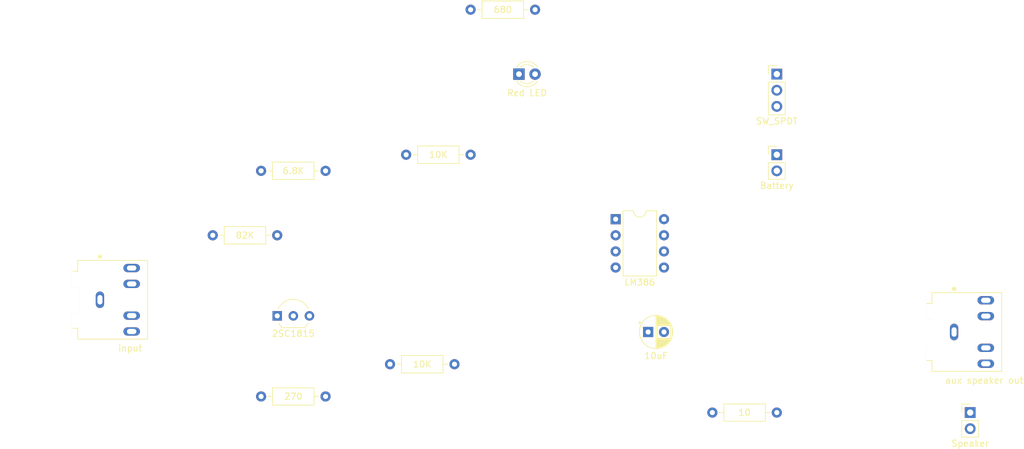
<source format=kicad_pcb>
(kicad_pcb (version 20221018) (generator pcbnew)
  (layers (0 "F.Cu" signal) (31 "B.Cu" signal) (34 "B.Paste" user) (35 "F.Paste" user) (36 "B.SilkS" user "B.Silkscreen") (37 "F.SilkS" user "F.Silkscreen") (38 "B.Mask" user) (39 "F.Mask" user) (44 "Edge.Cuts" user))
  (net 0 "")
  (net 1 "Net-(BT1-+)")
  (net 2 "GND")
  (net 3 "Net-(C6-Pad1)")
  (net 4 "Net-(C6-Pad2)")
  (net 5 "Net-(D1-A)")
  (net 6 "Net-(J2-Pad10)")
  (net 7 "Net-(Q1-E)")
  (net 8 "Net-(Q1-C)")
  (net 9 "Net-(Q1-B)")
  (net 10 "Net-(C5-Pad1)")
  (net 11 "VCC")
  (net 12 "Net-(U1-+)")
  (net 13 "Net-(C2-Pad2)")
  (net 15 "Net-(C2-Pad1)")
  (net 17 "Net-(J1-Pad2)")
  (net 18 "Net-(C8-Pad2)")
  (footprint "Connector_PinHeader_2.54mm:PinHeader_1x02_P2.54mm_Vertical" (layer "F.Cu") (at 193.04 86.36)
    (fp_text reference "LS1" hide)
    (fp_text value "Speaker" (at 0 4.87) (layer "F.SilkS"))
    (fp_line (start -1.33 -1.33) (end 0 -1.33) (stroke (width 0.12)) (layer "F.SilkS"))
    (fp_line (start -1.33 0) (end -1.33 -1.33) (stroke (width 0.12)) (layer "F.SilkS"))
    (fp_line (start -1.33 1.27) (end -1.33 3.87) (stroke (width 0.12)) (layer "F.SilkS"))
    (fp_line (start -1.33 1.27) (end 1.33 1.27) (stroke (width 0.12)) (layer "F.SilkS"))
    (fp_line (start -1.33 3.87) (end 1.33 3.87) (stroke (width 0.12)) (layer "F.SilkS"))
    (fp_line (start 1.33 1.27) (end 1.33 3.87) (stroke (width 0.12)) (layer "F.SilkS"))
    (pad "1" thru_hole rect (at 0 0) (size 1.7 1.7) (drill 1) (layers "*.Cu" "*.Mask") (net 6 "Net-(J2-Pad10)"))
    (pad "2" thru_hole oval (at 0 2.54) (size 1.7 1.7) (drill 1) (layers "*.Cu" "*.Mask") (net 2 "GND"))
  )
  (footprint "Evan's parts:CUI_SJ1-3525N" (layer "F.Cu") (at 55.88 68.58)
    (fp_text reference "J1" hide)
    (fp_text value "input" (at 4.756465 7.637335) (layer "F.SilkS") (effects (font (size 1.000307 1.000307))))
    (fp_line (start -3.5 -6.2) (end -3.5 -4.5) (stroke (width 0.127)) (layer "F.SilkS"))
    (fp_line (start -3.5 -4.5) (end -4.3 -4.5) (stroke (width 0.127)) (layer "F.SilkS"))
    (fp_line (start -3.5 4.5) (end -4.3 4.5) (stroke (width 0.127)) (layer "F.SilkS"))
    (fp_line (start -3.5 4.5) (end -3.5 6.2) (stroke (width 0.127)) (layer "F.SilkS"))
    (fp_line (start 7.5 -6.2) (end -3.5 -6.2) (stroke (width 0.127)) (layer "F.SilkS"))
    (fp_line (start 7.5 -6.2) (end 7.5 6.2) (stroke (width 0.127)) (layer "F.SilkS"))
    (fp_line (start 7.5 6.2) (end -3.5 6.2) (stroke (width 0.127)) (layer "F.SilkS"))
    (fp_circle (center 0 -6.8) (end 0.17 -6.8) (stroke (width 0.34)) (fill none) (layer "F.SilkS"))
    (fp_line (start -4.5 -6) (end -4.5 -2) (stroke (width 0.01)) (layer "Edge.Cuts"))
    (fp_line (start -4.5 -2) (end -3.3 -2) (stroke (width 0.01)) (layer "Edge.Cuts"))
    (fp_line (start -4.5 2) (end -4.5 6) (stroke (width 0.01)) (layer "Edge.Cuts"))
    (fp_line (start -3.3 -2) (end -3.3 2) (stroke (width 0.01)) (layer "Edge.Cuts"))
    (fp_line (start -3.3 2) (end -4.5 2) (stroke (width 0.01)) (layer "Edge.Cuts"))
    (pad "" np_thru_hole circle (at -2.5 -5) (size 1.2 1.2) (drill 1.2) (layers "*.Cu" "*.Mask"))
    (pad "" np_thru_hole circle (at -2.5 5) (size 1.2 1.2) (drill 1.2) (layers "*.Cu" "*.Mask"))
    (pad "" np_thru_hole circle (at 0 -5) (size 1.2 1.2) (drill 1.2) (layers "*.Cu" "*.Mask"))
    (pad "" np_thru_hole circle (at 0 5) (size 1.2 1.2) (drill 1.2) (layers "*.Cu" "*.Mask"))
    (pad "" np_thru_hole circle (at 5 0) (size 1.2 1.2) (drill 1.2) (layers "*.Cu" "*.Mask"))
    (pad "1" thru_hole oval (at 0 0) (size 1.308 2.616) (drill oval 0.8 1.5) (layers "*.Cu" "*.Mask") (net 2 "GND"))
    (pad "2" thru_hole oval (at 5 5) (size 2.616 1.308) (drill oval 1.5 0.8) (layers "*.Cu" "*.Mask") (net 17 "Net-(J1-Pad2)"))
    (pad "3" thru_hole oval (at 5 -5) (size 2.616 1.308) (drill oval 1.5 0.8) (layers "*.Cu" "*.Mask") (net 17 "Net-(J1-Pad2)"))
    (pad "10" thru_hole oval (at 5 2.5) (size 2.616 1.308) (drill oval 1.5 0.8) (layers "*.Cu" "*.Mask") (net 2 "GND"))
    (pad "11" thru_hole oval (at 5 -2.5) (size 2.616 1.308) (drill oval 1.5 0.8) (layers "*.Cu" "*.Mask") (net 2 "GND"))
  )
  (footprint "Evan's parts:CUI_SJ1-3525N" (layer "F.Cu") (at 190.5 73.66)
    (fp_text reference "J2" hide)
    (fp_text value "aux speaker out" (at 4.756465 7.637335) (layer "F.SilkS") (effects (font (size 1.000307 1.000307))))
    (fp_line (start -3.5 -6.2) (end -3.5 -4.5) (stroke (width 0.127)) (layer "F.SilkS"))
    (fp_line (start -3.5 -4.5) (end -4.3 -4.5) (stroke (width 0.127)) (layer "F.SilkS"))
    (fp_line (start -3.5 4.5) (end -4.3 4.5) (stroke (width 0.127)) (layer "F.SilkS"))
    (fp_line (start -3.5 4.5) (end -3.5 6.2) (stroke (width 0.127)) (layer "F.SilkS"))
    (fp_line (start 7.5 -6.2) (end -3.5 -6.2) (stroke (width 0.127)) (layer "F.SilkS"))
    (fp_line (start 7.5 -6.2) (end 7.5 6.2) (stroke (width 0.127)) (layer "F.SilkS"))
    (fp_line (start 7.5 6.2) (end -3.5 6.2) (stroke (width 0.127)) (layer "F.SilkS"))
    (fp_circle (center 0 -6.8) (end 0.17 -6.8) (stroke (width 0.34)) (fill none) (layer "F.SilkS"))
    (fp_line (start -4.5 -6) (end -4.5 -2) (stroke (width 0.01)) (layer "Edge.Cuts"))
    (fp_line (start -4.5 -2) (end -3.3 -2) (stroke (width 0.01)) (layer "Edge.Cuts"))
    (fp_line (start -4.5 2) (end -4.5 6) (stroke (width 0.01)) (layer "Edge.Cuts"))
    (fp_line (start -3.3 -2) (end -3.3 2) (stroke (width 0.01)) (layer "Edge.Cuts"))
    (fp_line (start -3.3 2) (end -4.5 2) (stroke (width 0.01)) (layer "Edge.Cuts"))
    (pad "" np_thru_hole circle (at -2.5 -5) (size 1.2 1.2) (drill 1.2) (layers "*.Cu" "*.Mask"))
    (pad "" np_thru_hole circle (at -2.5 5) (size 1.2 1.2) (drill 1.2) (layers "*.Cu" "*.Mask"))
    (pad "" np_thru_hole circle (at 0 -5) (size 1.2 1.2) (drill 1.2) (layers "*.Cu" "*.Mask"))
    (pad "" np_thru_hole circle (at 0 5) (size 1.2 1.2) (drill 1.2) (layers "*.Cu" "*.Mask"))
    (pad "" np_thru_hole circle (at 5 0) (size 1.2 1.2) (drill 1.2) (layers "*.Cu" "*.Mask"))
    (pad "1" thru_hole oval (at 0 0) (size 1.308 2.616) (drill oval 0.8 1.5) (layers "*.Cu" "*.Mask") (net 2 "GND"))
    (pad "2" thru_hole oval (at 5 5) (size 2.616 1.308) (drill oval 1.5 0.8) (layers "*.Cu" "*.Mask") (net 18 "Net-(C8-Pad2)"))
    (pad "3" thru_hole oval (at 5 -5) (size 2.616 1.308) (drill oval 1.5 0.8) (layers "*.Cu" "*.Mask") (net 18 "Net-(C8-Pad2)"))
    (pad "10" thru_hole oval (at 5 2.5) (size 2.616 1.308) (drill oval 1.5 0.8) (layers "*.Cu" "*.Mask") (net 6 "Net-(J2-Pad10)"))
    (pad "11" thru_hole oval (at 5 -2.5) (size 2.616 1.308) (drill oval 1.5 0.8) (layers "*.Cu" "*.Mask") (net 6 "Net-(J2-Pad10)"))
  )
  (footprint "Resistor_THT:R_Axial_DIN0207_L6.3mm_D2.5mm_P10.16mm_Horizontal" (layer "F.Cu") (at 101.6 78.74)
    (fp_text reference "R5" hide)
    (fp_text value "10K" (at 5.08 0) (layer "F.SilkS"))
    (fp_line (start 1.04 0) (end 1.81 0) (stroke (width 0.12)) (layer "F.SilkS"))
    (fp_line (start 1.81 -1.37) (end 1.81 1.37) (stroke (width 0.12)) (layer "F.SilkS"))
    (fp_line (start 1.81 1.37) (end 8.35 1.37) (stroke (width 0.12)) (layer "F.SilkS"))
    (fp_line (start 8.35 -1.37) (end 1.81 -1.37) (stroke (width 0.12)) (layer "F.SilkS"))
    (fp_line (start 8.35 1.37) (end 8.35 -1.37) (stroke (width 0.12)) (layer "F.SilkS"))
    (fp_line (start 9.12 0) (end 8.35 0) (stroke (width 0.12)) (layer "F.SilkS"))
    (pad "1" thru_hole circle (at 0 0) (size 1.6 1.6) (drill 0.8) (layers "*.Cu" "*.Mask") (net 12 "Net-(U1-+)"))
    (pad "2" thru_hole oval (at 10.16 0) (size 1.6 1.6) (drill 0.8) (layers "*.Cu" "*.Mask") (net 2 "GND"))
  )
  (footprint "Capacitor_THT:CP_Radial_D5.0mm_P2.50mm" (layer "F.Cu") (at 142.28 73.66)
    (fp_text reference "C6" hide)
    (fp_text value "10uF" (at 1.25 3.75) (layer "F.SilkS"))
    (fp_line (start -1.554775 -1.475) (end -1.054775 -1.475) (stroke (width 0.12)) (layer "F.SilkS"))
    (fp_line (start -1.304775 -1.725) (end -1.304775 -1.225) (stroke (width 0.12)) (layer "F.SilkS"))
    (fp_line (start 1.25 -2.58) (end 1.25 2.58) (stroke (width 0.12)) (layer "F.SilkS"))
    (fp_line (start 1.29 -2.58) (end 1.29 2.58) (stroke (width 0.12)) (layer "F.SilkS"))
    (fp_line (start 1.33 -2.579) (end 1.33 2.579) (stroke (width 0.12)) (layer "F.SilkS"))
    (fp_line (start 1.37 -2.578) (end 1.37 2.578) (stroke (width 0.12)) (layer "F.SilkS"))
    (fp_line (start 1.41 -2.576) (end 1.41 2.576) (stroke (width 0.12)) (layer "F.SilkS"))
    (fp_line (start 1.45 -2.573) (end 1.45 2.573) (stroke (width 0.12)) (layer "F.SilkS"))
    (fp_line (start 1.49 -2.569) (end 1.49 -1.04) (stroke (width 0.12)) (layer "F.SilkS"))
    (fp_line (start 1.49 1.04) (end 1.49 2.569) (stroke (width 0.12)) (layer "F.SilkS"))
    (fp_line (start 1.53 -2.565) (end 1.53 -1.04) (stroke (width 0.12)) (layer "F.SilkS"))
    (fp_line (start 1.53 1.04) (end 1.53 2.565) (stroke (width 0.12)) (layer "F.SilkS"))
    (fp_line (start 1.57 -2.561) (end 1.57 -1.04) (stroke (width 0.12)) (layer "F.SilkS"))
    (fp_line (start 1.57 1.04) (end 1.57 2.561) (stroke (width 0.12)) (layer "F.SilkS"))
    (fp_line (start 1.61 -2.556) (end 1.61 -1.04) (stroke (width 0.12)) (layer "F.SilkS"))
    (fp_line (start 1.61 1.04) (end 1.61 2.556) (stroke (width 0.12)) (layer "F.SilkS"))
    (fp_line (start 1.65 -2.55) (end 1.65 -1.04) (stroke (width 0.12)) (layer "F.SilkS"))
    (fp_line (start 1.65 1.04) (end 1.65 2.55) (stroke (width 0.12)) (layer "F.SilkS"))
    (fp_line (start 1.69 -2.543) (end 1.69 -1.04) (stroke (width 0.12)) (layer "F.SilkS"))
    (fp_line (start 1.69 1.04) (end 1.69 2.543) (stroke (width 0.12)) (layer "F.SilkS"))
    (fp_line (start 1.73 -2.536) (end 1.73 -1.04) (stroke (width 0.12)) (layer "F.SilkS"))
    (fp_line (start 1.73 1.04) (end 1.73 2.536) (stroke (width 0.12)) (layer "F.SilkS"))
    (fp_line (start 1.77 -2.528) (end 1.77 -1.04) (stroke (width 0.12)) (layer "F.SilkS"))
    (fp_line (start 1.77 1.04) (end 1.77 2.528) (stroke (width 0.12)) (layer "F.SilkS"))
    (fp_line (start 1.81 -2.52) (end 1.81 -1.04) (stroke (width 0.12)) (layer "F.SilkS"))
    (fp_line (start 1.81 1.04) (end 1.81 2.52) (stroke (width 0.12)) (layer "F.SilkS"))
    (fp_line (start 1.85 -2.511) (end 1.85 -1.04) (stroke (width 0.12)) (layer "F.SilkS"))
    (fp_line (start 1.85 1.04) (end 1.85 2.511) (stroke (width 0.12)) (layer "F.SilkS"))
    (fp_line (start 1.89 -2.501) (end 1.89 -1.04) (stroke (width 0.12)) (layer "F.SilkS"))
    (fp_line (start 1.89 1.04) (end 1.89 2.501) (stroke (width 0.12)) (layer "F.SilkS"))
    (fp_line (start 1.93 -2.491) (end 1.93 -1.04) (stroke (width 0.12)) (layer "F.SilkS"))
    (fp_line (start 1.93 1.04) (end 1.93 2.491) (stroke (width 0.12)) (layer "F.SilkS"))
    (fp_line (start 1.971 -2.48) (end 1.971 -1.04) (stroke (width 0.12)) (layer "F.SilkS"))
    (fp_line (start 1.971 1.04) (end 1.971 2.48) (stroke (width 0.12)) (layer "F.SilkS"))
    (fp_line (start 2.011 -2.468) (end 2.011 -1.04) (stroke (width 0.12)) (layer "F.SilkS"))
    (fp_line (start 2.011 1.04) (end 2.011 2.468) (stroke (width 0.12)) (layer "F.SilkS"))
    (fp_line (start 2.051 -2.455) (end 2.051 -1.04) (stroke (width 0.12)) (layer "F.SilkS"))
    (fp_line (start 2.051 1.04) (end 2.051 2.455) (stroke (width 0.12)) (layer "F.SilkS"))
    (fp_line (start 2.091 -2.442) (end 2.091 -1.04) (stroke (width 0.12)) (layer "F.SilkS"))
    (fp_line (start 2.091 1.04) (end 2.091 2.442) (stroke (width 0.12)) (layer "F.SilkS"))
    (fp_line (start 2.131 -2.428) (end 2.131 -1.04) (stroke (width 0.12)) (layer "F.SilkS"))
    (fp_line (start 2.131 1.04) (end 2.131 2.428) (stroke (width 0.12)) (layer "F.SilkS"))
    (fp_line (start 2.171 -2.414) (end 2.171 -1.04) (stroke (width 0.12)) (layer "F.SilkS"))
    (fp_line (start 2.171 1.04) (end 2.171 2.414) (stroke (width 0.12)) (layer "F.SilkS"))
    (fp_line (start 2.211 -2.398) (end 2.211 -1.04) (stroke (width 0.12)) (layer "F.SilkS"))
    (fp_line (start 2.211 1.04) (end 2.211 2.398) (stroke (width 0.12)) (layer "F.SilkS"))
    (fp_line (start 2.251 -2.382) (end 2.251 -1.04) (stroke (width 0.12)) (layer "F.SilkS"))
    (fp_line (start 2.251 1.04) (end 2.251 2.382) (stroke (width 0.12)) (layer "F.SilkS"))
    (fp_line (start 2.291 -2.365) (end 2.291 -1.04) (stroke (width 0.12)) (layer "F.SilkS"))
    (fp_line (start 2.291 1.04) (end 2.291 2.365) (stroke (width 0.12)) (layer "F.SilkS"))
    (fp_line (start 2.331 -2.348) (end 2.331 -1.04) (stroke (width 0.12)) (layer "F.SilkS"))
    (fp_line (start 2.331 1.04) (end 2.331 2.348) (stroke (width 0.12)) (layer "F.SilkS"))
    (fp_line (start 2.371 -2.329) (end 2.371 -1.04) (stroke (width 0.12)) (layer "F.SilkS"))
    (fp_line (start 2.371 1.04) (end 2.371 2.329) (stroke (width 0.12)) (layer "F.SilkS"))
    (fp_line (start 2.411 -2.31) (end 2.411 -1.04) (stroke (width 0.12)) (layer "F.SilkS"))
    (fp_line (start 2.411 1.04) (end 2.411 2.31) (stroke (width 0.12)) (layer "F.SilkS"))
    (fp_line (start 2.451 -2.29) (end 2.451 -1.04) (stroke (width 0.12)) (layer "F.SilkS"))
    (fp_line (start 2.451 1.04) (end 2.451 2.29) (stroke (width 0.12)) (layer "F.SilkS"))
    (fp_line (start 2.491 -2.268) (end 2.491 -1.04) (stroke (width 0.12)) (layer "F.SilkS"))
    (fp_line (start 2.491 1.04) (end 2.491 2.268) (stroke (width 0.12)) (layer "F.SilkS"))
    (fp_line (start 2.531 -2.247) (end 2.531 -1.04) (stroke (width 0.12)) (layer "F.SilkS"))
    (fp_line (start 2.531 1.04) (end 2.531 2.247) (stroke (width 0.12)) (layer "F.SilkS"))
    (fp_line (start 2.571 -2.224) (end 2.571 -1.04) (stroke (width 0.12)) (layer "F.SilkS"))
    (fp_line (start 2.571 1.04) (end 2.571 2.224) (stroke (width 0.12)) (layer "F.SilkS"))
    (fp_line (start 2.611 -2.2) (end 2.611 -1.04) (stroke (width 0.12)) (layer "F.SilkS"))
    (fp_line (start 2.611 1.04) (end 2.611 2.2) (stroke (width 0.12)) (layer "F.SilkS"))
    (fp_line (start 2.651 -2.175) (end 2.651 -1.04) (stroke (width 0.12)) (layer "F.SilkS"))
    (fp_line (start 2.651 1.04) (end 2.651 2.175) (stroke (width 0.12)) (layer "F.SilkS"))
    (fp_line (start 2.691 -2.149) (end 2.691 -1.04) (stroke (width 0.12)) (layer "F.SilkS"))
    (fp_line (start 2.691 1.04) (end 2.691 2.149) (stroke (width 0.12)) (layer "F.SilkS"))
    (fp_line (start 2.731 -2.122) (end 2.731 -1.04) (stroke (width 0.12)) (layer "F.SilkS"))
    (fp_line (start 2.731 1.04) (end 2.731 2.122) (stroke (width 0.12)) (layer "F.SilkS"))
    (fp_line (start 2.771 -2.095) (end 2.771 -1.04) (stroke (width 0.12)) (layer "F.SilkS"))
    (fp_line (start 2.771 1.04) (end 2.771 2.095) (stroke (width 0.12)) (layer "F.SilkS"))
    (fp_line (start 2.811 -2.065) (end 2.811 -1.04) (stroke (width 0.12)) (layer "F.SilkS"))
    (fp_line (start 2.811 1.04) (end 2.811 2.065) (stroke (width 0.12)) (layer "F.SilkS"))
    (fp_line (start 2.851 -2.035) (end 2.851 -1.04) (stroke (width 0.12)) (layer "F.SilkS"))
    (fp_line (start 2.851 1.04) (end 2.851 2.035) (stroke (width 0.12)) (layer "F.SilkS"))
    (fp_line (start 2.891 -2.004) (end 2.891 -1.04) (stroke (width 0.12)) (layer "F.SilkS"))
    (fp_line (start 2.891 1.04) (end 2.891 2.004) (stroke (width 0.12)) (layer "F.SilkS"))
    (fp_line (start 2.931 -1.971) (end 2.931 -1.04) (stroke (width 0.12)) (layer "F.SilkS"))
    (fp_line (start 2.931 1.04) (end 2.931 1.971) (stroke (width 0.12)) (layer "F.SilkS"))
    (fp_line (start 2.971 -1.937) (end 2.971 -1.04) (stroke (width 0.12)) (layer "F.SilkS"))
    (fp_line (start 2.971 1.04) (end 2.971 1.937) (stroke (width 0.12)) (layer "F.SilkS"))
    (fp_line (start 3.011 -1.901) (end 3.011 -1.04) (stroke (width 0.12)) (layer "F.SilkS"))
    (fp_line (start 3.011 1.04) (end 3.011 1.901) (stroke (width 0.12)) (layer "F.SilkS"))
    (fp_line (start 3.051 -1.864) (end 3.051 -1.04) (stroke (width 0.12)) (layer "F.SilkS"))
    (fp_line (start 3.051 1.04) (end 3.051 1.864) (stroke (width 0.12)) (layer "F.SilkS"))
    (fp_line (start 3.091 -1.826) (end 3.091 -1.04) (stroke (width 0.12)) (layer "F.SilkS"))
    (fp_line (start 3.091 1.04) (end 3.091 1.826) (stroke (width 0.12)) (layer "F.SilkS"))
    (fp_line (start 3.131 -1.785) (end 3.131 -1.04) (stroke (width 0.12)) (layer "F.SilkS"))
    (fp_line (start 3.131 1.04) (end 3.131 1.785) (stroke (width 0.12)) (layer "F.SilkS"))
    (fp_line (start 3.171 -1.743) (end 3.171 -1.04) (stroke (width 0.12)) (layer "F.SilkS"))
    (fp_line (start 3.171 1.04) (end 3.171 1.743) (stroke (width 0.12)) (layer "F.SilkS"))
    (fp_line (start 3.211 -1.699) (end 3.211 -1.04) (stroke (width 0.12)) (layer "F.SilkS"))
    (fp_line (start 3.211 1.04) (end 3.211 1.699) (stroke (width 0.12)) (layer "F.SilkS"))
    (fp_line (start 3.251 -1.653) (end 3.251 -1.04) (stroke (width 0.12)) (layer "F.SilkS"))
    (fp_line (start 3.251 1.04) (end 3.251 1.653) (stroke (width 0.12)) (layer "F.SilkS"))
    (fp_line (start 3.291 -1.605) (end 3.291 -1.04) (stroke (width 0.12)) (layer "F.SilkS"))
    (fp_line (start 3.291 1.04) (end 3.291 1.605) (stroke (width 0.12)) (layer "F.SilkS"))
    (fp_line (start 3.331 -1.554) (end 3.331 -1.04) (stroke (width 0.12)) (layer "F.SilkS"))
    (fp_line (start 3.331 1.04) (end 3.331 1.554) (stroke (width 0.12)) (layer "F.SilkS"))
    (fp_line (start 3.371 -1.5) (end 3.371 -1.04) (stroke (width 0.12)) (layer "F.SilkS"))
    (fp_line (start 3.371 1.04) (end 3.371 1.5) (stroke (width 0.12)) (layer "F.SilkS"))
    (fp_line (start 3.411 -1.443) (end 3.411 -1.04) (stroke (width 0.12)) (layer "F.SilkS"))
    (fp_line (start 3.411 1.04) (end 3.411 1.443) (stroke (width 0.12)) (layer "F.SilkS"))
    (fp_line (start 3.451 -1.383) (end 3.451 -1.04) (stroke (width 0.12)) (layer "F.SilkS"))
    (fp_line (start 3.451 1.04) (end 3.451 1.383) (stroke (width 0.12)) (layer "F.SilkS"))
    (fp_line (start 3.491 -1.319) (end 3.491 -1.04) (stroke (width 0.12)) (layer "F.SilkS"))
    (fp_line (start 3.491 1.04) (end 3.491 1.319) (stroke (width 0.12)) (layer "F.SilkS"))
    (fp_line (start 3.531 -1.251) (end 3.531 -1.04) (stroke (width 0.12)) (layer "F.SilkS"))
    (fp_line (start 3.531 1.04) (end 3.531 1.251) (stroke (width 0.12)) (layer "F.SilkS"))
    (fp_line (start 3.571 -1.178) (end 3.571 1.178) (stroke (width 0.12)) (layer "F.SilkS"))
    (fp_line (start 3.611 -1.098) (end 3.611 1.098) (stroke (width 0.12)) (layer "F.SilkS"))
    (fp_line (start 3.651 -1.011) (end 3.651 1.011) (stroke (width 0.12)) (layer "F.SilkS"))
    (fp_line (start 3.691 -0.915) (end 3.691 0.915) (stroke (width 0.12)) (layer "F.SilkS"))
    (fp_line (start 3.731 -0.805) (end 3.731 0.805) (stroke (width 0.12)) (layer "F.SilkS"))
    (fp_line (start 3.771 -0.677) (end 3.771 0.677) (stroke (width 0.12)) (layer "F.SilkS"))
    (fp_line (start 3.811 -0.518) (end 3.811 0.518) (stroke (width 0.12)) (layer "F.SilkS"))
    (fp_line (start 3.851 -0.284) (end 3.851 0.284) (stroke (width 0.12)) (layer "F.SilkS"))
    (fp_circle (center 1.25 0) (end 3.87 0) (stroke (width 0.12)) (fill none) (layer "F.SilkS"))
    (pad "1" thru_hole rect (at 0 0) (size 1.6 1.6) (drill 0.8) (layers "*.Cu" "*.Mask") (net 3 "Net-(C6-Pad1)"))
    (pad "2" thru_hole circle (at 2.5 0) (size 1.6 1.6) (drill 0.8) (layers "*.Cu" "*.Mask") (net 4 "Net-(C6-Pad2)"))
  )
  (footprint "Resistor_THT:R_Axial_DIN0207_L6.3mm_D2.5mm_P10.16mm_Horizontal" (layer "F.Cu") (at 152.4 86.36)
    (fp_text reference "R6" hide)
    (fp_text value "10" (at 5.08 0) (layer "F.SilkS"))
    (fp_line (start 1.04 0) (end 1.81 0) (stroke (width 0.12)) (layer "F.SilkS"))
    (fp_line (start 1.81 -1.37) (end 1.81 1.37) (stroke (width 0.12)) (layer "F.SilkS"))
    (fp_line (start 1.81 1.37) (end 8.35 1.37) (stroke (width 0.12)) (layer "F.SilkS"))
    (fp_line (start 8.35 -1.37) (end 1.81 -1.37) (stroke (width 0.12)) (layer "F.SilkS"))
    (fp_line (start 8.35 1.37) (end 8.35 -1.37) (stroke (width 0.12)) (layer "F.SilkS"))
    (fp_line (start 9.12 0) (end 8.35 0) (stroke (width 0.12)) (layer "F.SilkS"))
    (pad "1" thru_hole circle (at 0 0) (size 1.6 1.6) (drill 0.8) (layers "*.Cu" "*.Mask") (net 13 "Net-(C2-Pad2)"))
    (pad "2" thru_hole oval (at 10.16 0) (size 1.6 1.6) (drill 0.8) (layers "*.Cu" "*.Mask") (net 2 "GND"))
  )
  (footprint "Resistor_THT:R_Axial_DIN0207_L6.3mm_D2.5mm_P10.16mm_Horizontal" (layer "F.Cu") (at 73.66 58.42)
    (fp_text reference "R1" hide)
    (fp_text value "82K" (at 5.08 0) (layer "F.SilkS"))
    (fp_line (start 1.04 0) (end 1.81 0) (stroke (width 0.12)) (layer "F.SilkS"))
    (fp_line (start 1.81 -1.37) (end 1.81 1.37) (stroke (width 0.12)) (layer "F.SilkS"))
    (fp_line (start 1.81 1.37) (end 8.35 1.37) (stroke (width 0.12)) (layer "F.SilkS"))
    (fp_line (start 8.35 -1.37) (end 1.81 -1.37) (stroke (width 0.12)) (layer "F.SilkS"))
    (fp_line (start 8.35 1.37) (end 8.35 -1.37) (stroke (width 0.12)) (layer "F.SilkS"))
    (fp_line (start 9.12 0) (end 8.35 0) (stroke (width 0.12)) (layer "F.SilkS"))
    (pad "1" thru_hole circle (at 0 0) (size 1.6 1.6) (drill 0.8) (layers "*.Cu" "*.Mask") (net 9 "Net-(Q1-B)"))
    (pad "2" thru_hole oval (at 10.16 0) (size 1.6 1.6) (drill 0.8) (layers "*.Cu" "*.Mask") (net 8 "Net-(Q1-C)"))
  )
  (footprint "Resistor_THT:R_Axial_DIN0207_L6.3mm_D2.5mm_P10.16mm_Horizontal" (layer "F.Cu") (at 81.28 48.26)
    (fp_text reference "R2" hide)
    (fp_text value "6.8K" (at 5.08 0) (layer "F.SilkS"))
    (fp_line (start 1.04 0) (end 1.81 0) (stroke (width 0.12)) (layer "F.SilkS"))
    (fp_line (start 1.81 -1.37) (end 1.81 1.37) (stroke (width 0.12)) (layer "F.SilkS"))
    (fp_line (start 1.81 1.37) (end 8.35 1.37) (stroke (width 0.12)) (layer "F.SilkS"))
    (fp_line (start 8.35 -1.37) (end 1.81 -1.37) (stroke (width 0.12)) (layer "F.SilkS"))
    (fp_line (start 8.35 1.37) (end 8.35 -1.37) (stroke (width 0.12)) (layer "F.SilkS"))
    (fp_line (start 9.12 0) (end 8.35 0) (stroke (width 0.12)) (layer "F.SilkS"))
    (pad "1" thru_hole circle (at 0 0) (size 1.6 1.6) (drill 0.8) (layers "*.Cu" "*.Mask") (net 8 "Net-(Q1-C)"))
    (pad "2" thru_hole oval (at 10.16 0) (size 1.6 1.6) (drill 0.8) (layers "*.Cu" "*.Mask") (net 10 "Net-(C5-Pad1)"))
  )
  (footprint "Resistor_THT:R_Axial_DIN0207_L6.3mm_D2.5mm_P10.16mm_Horizontal" (layer "F.Cu") (at 81.28 83.82)
    (fp_text reference "R4" hide)
    (fp_text value "270" (at 5.08 0) (layer "F.SilkS"))
    (fp_line (start 1.04 0) (end 1.81 0) (stroke (width 0.12)) (layer "F.SilkS"))
    (fp_line (start 1.81 -1.37) (end 1.81 1.37) (stroke (width 0.12)) (layer "F.SilkS"))
    (fp_line (start 1.81 1.37) (end 8.35 1.37) (stroke (width 0.12)) (layer "F.SilkS"))
    (fp_line (start 8.35 -1.37) (end 1.81 -1.37) (stroke (width 0.12)) (layer "F.SilkS"))
    (fp_line (start 8.35 1.37) (end 8.35 -1.37) (stroke (width 0.12)) (layer "F.SilkS"))
    (fp_line (start 9.12 0) (end 8.35 0) (stroke (width 0.12)) (layer "F.SilkS"))
    (pad "1" thru_hole circle (at 0 0) (size 1.6 1.6) (drill 0.8) (layers "*.Cu" "*.Mask") (net 7 "Net-(Q1-E)"))
    (pad "2" thru_hole oval (at 10.16 0) (size 1.6 1.6) (drill 0.8) (layers "*.Cu" "*.Mask") (net 2 "GND"))
  )
  (footprint "Resistor_THT:R_Axial_DIN0207_L6.3mm_D2.5mm_P10.16mm_Horizontal" (layer "F.Cu") (at 114.3 22.86)
    (fp_text reference "R7" hide)
    (fp_text value "680" (at 5.08 0) (layer "F.SilkS"))
    (fp_line (start 1.04 0) (end 1.81 0) (stroke (width 0.12)) (layer "F.SilkS"))
    (fp_line (start 1.81 -1.37) (end 1.81 1.37) (stroke (width 0.12)) (layer "F.SilkS"))
    (fp_line (start 1.81 1.37) (end 8.35 1.37) (stroke (width 0.12)) (layer "F.SilkS"))
    (fp_line (start 8.35 -1.37) (end 1.81 -1.37) (stroke (width 0.12)) (layer "F.SilkS"))
    (fp_line (start 8.35 1.37) (end 8.35 -1.37) (stroke (width 0.12)) (layer "F.SilkS"))
    (fp_line (start 9.12 0) (end 8.35 0) (stroke (width 0.12)) (layer "F.SilkS"))
    (pad "1" thru_hole circle (at 0 0) (size 1.6 1.6) (drill 0.8) (layers "*.Cu" "*.Mask") (net 11 "VCC"))
    (pad "2" thru_hole oval (at 10.16 0) (size 1.6 1.6) (drill 0.8) (layers "*.Cu" "*.Mask") (net 5 "Net-(D1-A)"))
  )
  (footprint "Resistor_THT:R_Axial_DIN0207_L6.3mm_D2.5mm_P10.16mm_Horizontal" (layer "F.Cu") (at 104.14 45.72)
    (fp_text reference "R3" hide)
    (fp_text value "10K" (at 5.08 0) (layer "F.SilkS"))
    (fp_line (start 1.04 0) (end 1.81 0) (stroke (width 0.12)) (layer "F.SilkS"))
    (fp_line (start 1.81 -1.37) (end 1.81 1.37) (stroke (width 0.12)) (layer "F.SilkS"))
    (fp_line (start 1.81 1.37) (end 8.35 1.37) (stroke (width 0.12)) (layer "F.SilkS"))
    (fp_line (start 8.35 -1.37) (end 1.81 -1.37) (stroke (width 0.12)) (layer "F.SilkS"))
    (fp_line (start 8.35 1.37) (end 8.35 -1.37) (stroke (width 0.12)) (layer "F.SilkS"))
    (fp_line (start 9.12 0) (end 8.35 0) (stroke (width 0.12)) (layer "F.SilkS"))
    (pad "1" thru_hole circle (at 0 0) (size 1.6 1.6) (drill 0.8) (layers "*.Cu" "*.Mask") (net 11 "VCC"))
    (pad "2" thru_hole oval (at 10.16 0) (size 1.6 1.6) (drill 0.8) (layers "*.Cu" "*.Mask") (net 10 "Net-(C5-Pad1)"))
  )
  (footprint "Connector_PinHeader_2.54mm:PinHeader_1x02_P2.54mm_Vertical" (layer "F.Cu") (at 162.56 45.72)
    (fp_text reference "BT1" hide)
    (fp_text value "Battery" (at 0 4.87) (layer "F.SilkS"))
    (fp_line (start -1.33 -1.33) (end 0 -1.33) (stroke (width 0.12)) (layer "F.SilkS"))
    (fp_line (start -1.33 0) (end -1.33 -1.33) (stroke (width 0.12)) (layer "F.SilkS"))
    (fp_line (start -1.33 1.27) (end -1.33 3.87) (stroke (width 0.12)) (layer "F.SilkS"))
    (fp_line (start -1.33 1.27) (end 1.33 1.27) (stroke (width 0.12)) (layer "F.SilkS"))
    (fp_line (start -1.33 3.87) (end 1.33 3.87) (stroke (width 0.12)) (layer "F.SilkS"))
    (fp_line (start 1.33 1.27) (end 1.33 3.87) (stroke (width 0.12)) (layer "F.SilkS"))
    (pad "1" thru_hole rect (at 0 0) (size 1.7 1.7) (drill 1) (layers "*.Cu" "*.Mask") (net 1 "Net-(BT1-+)"))
    (pad "2" thru_hole oval (at 0 2.54) (size 1.7 1.7) (drill 1) (layers "*.Cu" "*.Mask") (net 2 "GND"))
  )
  (footprint "Package_TO_SOT_THT:TO-92_Inline_Wide" (layer "F.Cu") (at 83.82 71.12)
    (fp_text reference "Q1" hide)
    (fp_text value "2SC1815" (at 2.54 2.79) (layer "F.SilkS"))
    (fp_line (start 0.74 1.85) (end 4.34 1.85) (stroke (width 0.12)) (layer "F.SilkS"))
    (fp_arc (start 0.1836 -1.098807) (mid 1.143021 -2.192817) (end 2.54 -2.6) (stroke (width 0.12)) (layer "F.SilkS"))
    (fp_arc (start 0.74 1.85) (mid 0.446097 1.509328) (end 0.215816 1.122795) (stroke (width 0.12)) (layer "F.SilkS"))
    (fp_arc (start 2.54 -2.6) (mid 3.936979 -2.192818) (end 4.8964 -1.098807) (stroke (width 0.12)) (layer "F.SilkS"))
    (fp_arc (start 4.864184 1.122795) (mid 4.633903 1.509328) (end 4.34 1.85) (stroke (width 0.12)) (layer "F.SilkS"))
    (pad "1" thru_hole rect (at 0 0) (size 1.5 1.5) (drill 0.8) (layers "*.Cu" "*.Mask") (net 7 "Net-(Q1-E)"))
    (pad "2" thru_hole circle (at 2.54 0) (size 1.5 1.5) (drill 0.8) (layers "*.Cu" "*.Mask") (net 8 "Net-(Q1-C)"))
    (pad "3" thru_hole circle (at 5.08 0) (size 1.5 1.5) (drill 0.8) (layers "*.Cu" "*.Mask") (net 9 "Net-(Q1-B)"))
  )
  (footprint "LED_THT:LED_D3.0mm" (layer "F.Cu") (at 121.92 33.02)
    (fp_text reference "D1" hide)
    (fp_text value "Red LED" (at 1.27 2.96) (layer "F.SilkS"))
    (fp_line (start -0.29 -1.236) (end -0.29 -1.08) (stroke (width 0.12)) (layer "F.SilkS"))
    (fp_line (start -0.29 1.08) (end -0.29 1.236) (stroke (width 0.12)) (layer "F.SilkS"))
    (fp_arc (start -0.29 -1.235516) (mid 1.366487 -1.987659) (end 2.942335 -1.078608) (stroke (width 0.12)) (layer "F.SilkS"))
    (fp_arc (start 0.229039 -1.08) (mid 1.270117 -1.5) (end 2.31113 -1.079837) (stroke (width 0.12)) (layer "F.SilkS"))
    (fp_arc (start 2.31113 1.079837) (mid 1.270117 1.5) (end 0.229039 1.08) (stroke (width 0.12)) (layer "F.SilkS"))
    (fp_arc (start 2.942335 1.078608) (mid 1.366487 1.987659) (end -0.29 1.235516) (stroke (width 0.12)) (layer "F.SilkS"))
    (pad "1" thru_hole rect (at 0 0) (size 1.8 1.8) (drill 0.9) (layers "*.Cu" "*.Mask") (net 2 "GND"))
    (pad "2" thru_hole circle (at 2.54 0) (size 1.8 1.8) (drill 0.9) (layers "*.Cu" "*.Mask") (net 5 "Net-(D1-A)"))
  )
  (footprint "Connector_PinHeader_2.54mm:PinHeader_1x03_P2.54mm_Vertical" (layer "F.Cu") (at 162.56 33.02)
    (fp_text reference "SW1" hide)
    (fp_text value "SW_SPDT" (at 0 7.41) (layer "F.SilkS"))
    (fp_line (start -1.33 -1.33) (end 0 -1.33) (stroke (width 0.12)) (layer "F.SilkS"))
    (fp_line (start -1.33 0) (end -1.33 -1.33) (stroke (width 0.12)) (layer "F.SilkS"))
    (fp_line (start -1.33 1.27) (end -1.33 6.41) (stroke (width 0.12)) (layer "F.SilkS"))
    (fp_line (start -1.33 1.27) (end 1.33 1.27) (stroke (width 0.12)) (layer "F.SilkS"))
    (fp_line (start -1.33 6.41) (end 1.33 6.41) (stroke (width 0.12)) (layer "F.SilkS"))
    (fp_line (start 1.33 1.27) (end 1.33 6.41) (stroke (width 0.12)) (layer "F.SilkS"))
    (pad "1" thru_hole rect (at 0 0) (size 1.7 1.7) (drill 1) (layers "*.Cu" "*.Mask"))
    (pad "2" thru_hole oval (at 0 2.54) (size 1.7 1.7) (drill 1) (layers "*.Cu" "*.Mask") (net 1 "Net-(BT1-+)"))
    (pad "3" thru_hole oval (at 0 5.08) (size 1.7 1.7) (drill 1) (layers "*.Cu" "*.Mask") (net 11 "VCC"))
  )
  (footprint "Package_DIP:DIP-8_W7.62mm" (layer "F.Cu") (at 137.16 55.88)
    (fp_text reference "U1" hide)
    (fp_text value "LM386" (at 3.81 9.95) (layer "F.SilkS"))
    (fp_line (start 1.16 -1.33) (end 1.16 8.95) (stroke (width 0.12)) (layer "F.SilkS"))
    (fp_line (start 1.16 8.95) (end 6.46 8.95) (stroke (width 0.12)) (layer "F.SilkS"))
    (fp_line (start 2.81 -1.33) (end 1.16 -1.33) (stroke (width 0.12)) (layer "F.SilkS"))
    (fp_line (start 6.46 -1.33) (end 4.81 -1.33) (stroke (width 0.12)) (layer "F.SilkS"))
    (fp_line (start 6.46 8.95) (end 6.46 -1.33) (stroke (width 0.12)) (layer "F.SilkS"))
    (fp_arc (start 4.81 -1.33) (mid 3.81 -0.33) (end 2.81 -1.33) (stroke (width 0.12)) (layer "F.SilkS"))
    (pad "1" thru_hole rect (at 0 0) (size 1.6 1.6) (drill 0.8) (layers "*.Cu" "*.Mask") (net 3 "Net-(C6-Pad1)"))
    (pad "2" thru_hole oval (at 0 2.54) (size 1.6 1.6) (drill 0.8) (layers "*.Cu" "*.Mask") (net 2 "GND"))
    (pad "3" thru_hole oval (at 0 5.08) (size 1.6 1.6) (drill 0.8) (layers "*.Cu" "*.Mask") (net 12 "Net-(U1-+)"))
    (pad "4" thru_hole oval (at 0 7.62) (size 1.6 1.6) (drill 0.8) (layers "*.Cu" "*.Mask") (net 2 "GND"))
    (pad "5" thru_hole oval (at 7.62 7.62) (size 1.6 1.6) (drill 0.8) (layers "*.Cu" "*.Mask") (net 15 "Net-(C2-Pad1)"))
    (pad "6" thru_hole oval (at 7.62 5.08) (size 1.6 1.6) (drill 0.8) (layers "*.Cu" "*.Mask") (net 11 "VCC"))
    (pad "7" thru_hole oval (at 7.62 2.54) (size 1.6 1.6) (drill 0.8) (layers "*.Cu" "*.Mask"))
    (pad "8" thru_hole oval (at 7.62 0) (size 1.6 1.6) (drill 0.8) (layers "*.Cu" "*.Mask") (net 4 "Net-(C6-Pad2)"))
  )
)
</source>
